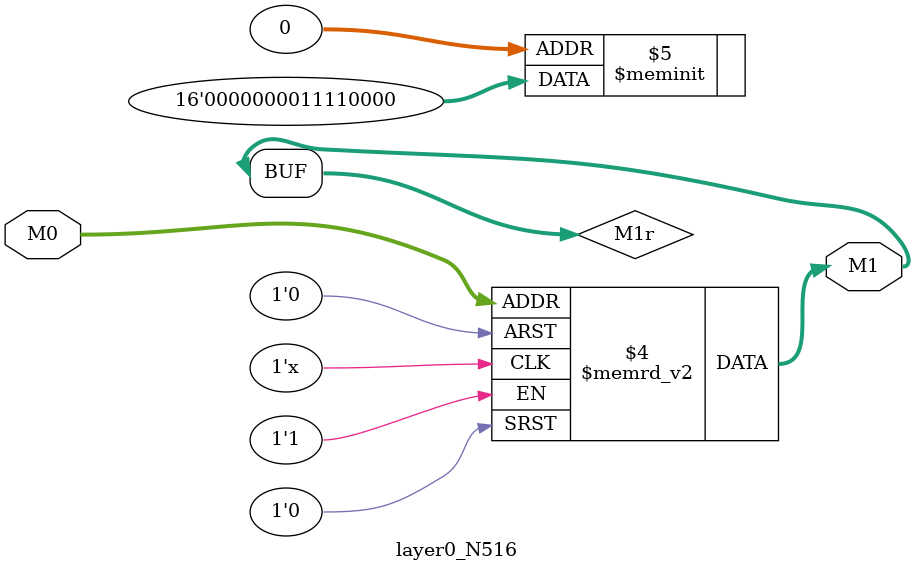
<source format=v>
module layer0_N516 ( input [2:0] M0, output [1:0] M1 );

	(*rom_style = "distributed" *) reg [1:0] M1r;
	assign M1 = M1r;
	always @ (M0) begin
		case (M0)
			3'b000: M1r = 2'b00;
			3'b100: M1r = 2'b00;
			3'b010: M1r = 2'b11;
			3'b110: M1r = 2'b00;
			3'b001: M1r = 2'b00;
			3'b101: M1r = 2'b00;
			3'b011: M1r = 2'b11;
			3'b111: M1r = 2'b00;

		endcase
	end
endmodule

</source>
